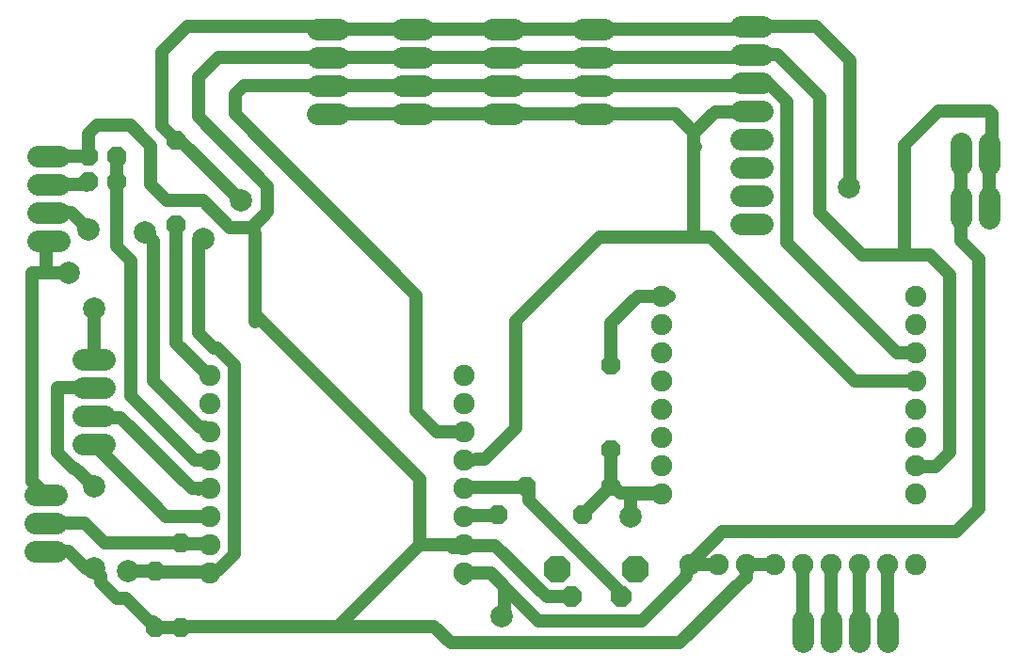
<source format=gbr>
G04 EAGLE Gerber RS-274X export*
G75*
%MOMM*%
%FSLAX34Y34*%
%LPD*%
%INBottom Copper*%
%IPPOS*%
%AMOC8*
5,1,8,0,0,1.08239X$1,22.5*%
G01*
%ADD10P,1.853918X8X112.500000*%
%ADD11P,1.853918X8X292.500000*%
%ADD12C,1.900000*%
%ADD13P,2.056541X8X22.500000*%
%ADD14P,2.597736X8X22.500000*%
%ADD15P,1.853918X8X202.500000*%
%ADD16C,1.916000*%
%ADD17C,1.200000*%
%ADD18C,2.000000*%


D10*
X152240Y35640D03*
X152240Y111840D03*
D11*
X129380Y86360D03*
X129380Y35560D03*
D12*
X177800Y110490D03*
X177800Y135890D03*
X177800Y161290D03*
X177800Y186690D03*
X177800Y212090D03*
X177800Y237490D03*
X177800Y262890D03*
X406400Y110490D03*
X406400Y135890D03*
X406400Y161290D03*
X406400Y186690D03*
X406400Y212090D03*
X406400Y237490D03*
X406400Y262890D03*
X177800Y85090D03*
X406400Y85090D03*
D13*
X503280Y63500D03*
X548280Y63500D03*
D14*
X560780Y88500D03*
X490780Y88500D03*
D15*
X513080Y137160D03*
X436880Y137160D03*
D11*
X147460Y474860D03*
X147460Y398660D03*
D15*
X93980Y459740D03*
X68580Y459740D03*
X93980Y436880D03*
X68580Y436880D03*
D10*
X538480Y195580D03*
X538480Y271780D03*
D15*
X538480Y162560D03*
X462280Y162560D03*
D16*
X655900Y576580D02*
X675060Y576580D01*
X675060Y551180D02*
X655900Y551180D01*
X655900Y525780D02*
X675060Y525780D01*
X675060Y500380D02*
X655900Y500380D01*
X655900Y474980D02*
X675060Y474980D01*
X675060Y449580D02*
X655900Y449580D01*
X655900Y424180D02*
X675060Y424180D01*
X675060Y398780D02*
X655900Y398780D01*
D12*
X584200Y181610D03*
X584200Y207010D03*
X584200Y232410D03*
X584200Y257810D03*
X584200Y283210D03*
X584200Y308610D03*
X584200Y334010D03*
X812800Y181610D03*
X812800Y207010D03*
X812800Y232410D03*
X812800Y257810D03*
X812800Y283210D03*
X812800Y308610D03*
X812800Y334010D03*
X584200Y156210D03*
X812800Y156210D03*
X812800Y92710D03*
X787400Y92710D03*
X762000Y92710D03*
X736600Y92710D03*
X711200Y92710D03*
X685800Y92710D03*
X660400Y92710D03*
X635000Y92710D03*
X609600Y92710D03*
D16*
X787400Y42600D02*
X787400Y23440D01*
X762000Y23440D02*
X762000Y42600D01*
X736600Y42600D02*
X736600Y23440D01*
X711200Y23440D02*
X711200Y42600D01*
X40060Y104140D02*
X20900Y104140D01*
X20900Y129540D02*
X40060Y129540D01*
X40060Y154940D02*
X20900Y154940D01*
X853440Y404440D02*
X853440Y423600D01*
X878840Y423600D02*
X878840Y404440D01*
X853440Y452700D02*
X853440Y471860D01*
X878840Y471860D02*
X878840Y452700D01*
X83240Y200660D02*
X64080Y200660D01*
X64080Y226060D02*
X83240Y226060D01*
X83240Y251460D02*
X64080Y251460D01*
X64080Y276860D02*
X83240Y276860D01*
X42600Y383540D02*
X23440Y383540D01*
X23440Y408940D02*
X42600Y408940D01*
X42600Y434340D02*
X23440Y434340D01*
X23440Y459740D02*
X42600Y459740D01*
X513660Y497840D02*
X532820Y497840D01*
X532820Y523240D02*
X513660Y523240D01*
X513660Y548640D02*
X532820Y548640D01*
X532820Y574040D02*
X513660Y574040D01*
X451540Y497840D02*
X432380Y497840D01*
X432380Y523240D02*
X451540Y523240D01*
X451540Y548640D02*
X432380Y548640D01*
X432380Y574040D02*
X451540Y574040D01*
X370260Y574040D02*
X351100Y574040D01*
X351100Y548640D02*
X370260Y548640D01*
X370260Y523240D02*
X351100Y523240D01*
X351100Y497840D02*
X370260Y497840D01*
X294060Y574040D02*
X274900Y574040D01*
X274900Y548640D02*
X294060Y548640D01*
X294060Y523240D02*
X274900Y523240D01*
X274900Y497840D02*
X294060Y497840D01*
D17*
X148000Y398000D02*
X148000Y292000D01*
X177000Y263000D01*
X148000Y398000D02*
X147460Y398660D01*
X177000Y263000D02*
X177800Y262890D01*
X177000Y111000D02*
X153080Y111000D01*
X152240Y111840D01*
X177000Y111000D02*
X177800Y110490D01*
X83660Y111840D02*
X65960Y129540D01*
X83660Y111840D02*
X152240Y111840D01*
X65960Y129540D02*
X30480Y129540D01*
X408000Y137000D02*
X436000Y137000D01*
X408000Y137000D02*
X407000Y136000D01*
X436000Y137000D02*
X436880Y137160D01*
X407000Y136000D02*
X406400Y135890D01*
X67564Y434000D02*
X68580Y436880D01*
X67224Y434340D02*
X67564Y434000D01*
X67224Y434340D02*
X33020Y434340D01*
X407000Y162000D02*
X462000Y162000D01*
X462280Y162560D01*
X407000Y162000D02*
X406400Y161290D01*
X548000Y67000D02*
X548000Y64000D01*
X548000Y67000D02*
X465000Y150000D01*
X465000Y157000D01*
X548000Y64000D02*
X548280Y63500D01*
X465000Y157000D02*
X462280Y162560D01*
X539000Y272000D02*
X539000Y309860D01*
X563140Y334000D01*
X591000Y334000D01*
X539000Y272000D02*
X538480Y271780D01*
X591000Y334000D02*
X590908Y334092D01*
X584200Y334010D01*
X31000Y354840D02*
X31000Y381442D01*
X18300Y354840D02*
X18300Y167120D01*
X30480Y154940D01*
X407000Y85000D02*
X431000Y85000D01*
X443420Y72580D02*
X474000Y42000D01*
X443420Y72580D02*
X431000Y85000D01*
X474000Y42000D02*
X567000Y42000D01*
X605959Y80959D01*
X407000Y85000D02*
X406400Y85090D01*
X605959Y80959D02*
X609600Y92710D01*
X634380Y93000D02*
X635000Y92710D01*
X615380Y93000D02*
X609600Y92710D01*
X51580Y354840D02*
X31000Y354840D01*
X18300Y354840D01*
X406400Y85090D02*
X406400Y80160D01*
D18*
X51580Y354840D03*
X440340Y46220D03*
D17*
X443420Y49300D02*
X443420Y72580D01*
X443420Y49300D02*
X440340Y46220D01*
X609600Y92710D02*
X634090Y92710D01*
X634380Y93000D01*
X609600Y92710D02*
X638810Y121920D01*
X849220Y121920D02*
X869540Y142240D01*
X849220Y121920D02*
X638810Y121920D01*
X869540Y142240D02*
X869540Y367440D01*
X853440Y383540D02*
X853440Y414020D01*
X853440Y383540D02*
X869540Y367440D01*
X853440Y414020D02*
X853440Y462280D01*
X94460Y437540D02*
X93980Y436880D01*
X97000Y456972D02*
X93980Y459740D01*
X164380Y187000D02*
X177000Y187000D01*
X91440Y434340D02*
X93980Y436880D01*
X177000Y187000D02*
X177800Y186690D01*
X93980Y438020D02*
X93980Y459740D01*
X93980Y438020D02*
X94460Y437540D01*
X107000Y244380D02*
X164380Y187000D01*
X107000Y244380D02*
X107000Y365760D01*
X94300Y378460D01*
X93980Y378460D01*
X93980Y436880D01*
X711200Y92710D02*
X711200Y33020D01*
X736600Y33020D02*
X736600Y92710D01*
X762000Y92710D02*
X762000Y33020D01*
X788365Y91745D02*
X787400Y92710D01*
X787400Y33020D01*
X177800Y212090D02*
X173900Y215990D01*
X168894Y215990D01*
X127000Y257884D02*
X127000Y383540D01*
X119380Y391160D01*
X127000Y257884D02*
X168894Y215990D01*
D18*
X119380Y391160D03*
X68580Y393700D03*
D17*
X53340Y408940D01*
X33020Y408940D01*
X168910Y161290D02*
X177800Y161290D01*
X168910Y161290D02*
X167640Y160020D01*
X161806Y161290D02*
X177800Y161290D01*
X161806Y161290D02*
X98048Y225048D01*
X80268Y225048D01*
X78740Y223520D01*
X76200Y223520D01*
X73660Y226060D01*
X73660Y200660D02*
X138430Y135890D01*
X177800Y135890D01*
X514000Y138000D02*
X538000Y162000D01*
X514000Y138000D02*
X513080Y137160D01*
X538000Y162000D02*
X538480Y162560D01*
X539000Y168000D02*
X539000Y195000D01*
X538480Y195580D01*
X539000Y168000D02*
X538480Y162560D01*
X547000Y157000D02*
X583380Y157000D01*
X547000Y157000D02*
X544000Y160000D01*
X583380Y157000D02*
X584200Y156210D01*
X544000Y160000D02*
X538480Y162560D01*
X177000Y86000D02*
X130240Y86000D01*
X129380Y86360D01*
X177000Y86000D02*
X177800Y85090D01*
X147460Y474860D02*
X135300Y487020D01*
X665000Y577000D02*
X665480Y576580D01*
X186000Y88000D02*
X183000Y88000D01*
X186000Y88000D02*
X200000Y102000D01*
X200000Y272000D01*
X185000Y287000D01*
X182000Y287000D01*
X168000Y301000D01*
X168000Y384540D01*
X169460Y386000D02*
X172000Y386000D01*
X169460Y386000D02*
X168000Y384540D01*
X206000Y420000D02*
X153000Y473000D01*
X183000Y88000D02*
X177800Y85090D01*
X153000Y473000D02*
X147460Y474860D01*
X556900Y156210D02*
X556900Y136140D01*
X556900Y156210D02*
X584200Y156210D01*
X753540Y432420D02*
X753540Y546640D01*
X753540Y432420D02*
X753460Y432340D01*
X723600Y576580D02*
X665480Y576580D01*
X723600Y576580D02*
X753540Y546640D01*
D18*
X172000Y386000D03*
X206000Y420000D03*
X556900Y136140D03*
X753460Y432340D03*
D17*
X157480Y576580D02*
X135300Y554400D01*
X135300Y487020D01*
X129380Y86360D02*
X104140Y86360D01*
D18*
X104140Y86360D03*
D17*
X73660Y276860D02*
X73660Y322580D01*
D18*
X73660Y322580D03*
D17*
X157480Y576580D02*
X281940Y576580D01*
X284480Y574040D01*
X360680Y574040D01*
X441960Y574040D01*
X523240Y574040D01*
X662940Y574040D02*
X665480Y576580D01*
X662940Y574040D02*
X523240Y574040D01*
X665000Y551000D02*
X665480Y551180D01*
X172000Y420000D02*
X139000Y420000D01*
X172000Y420000D02*
X196000Y396000D01*
X216000Y396000D01*
X230000Y410000D01*
X230000Y433200D01*
X669000Y93000D02*
X685380Y93000D01*
X661380Y93000D02*
X660400Y92710D01*
X685380Y93000D02*
X685800Y92710D01*
X812380Y181000D02*
X812800Y181610D01*
X503000Y64000D02*
X481000Y64000D01*
X435000Y110000D01*
X407000Y110000D01*
X503000Y64000D02*
X503280Y63500D01*
X407000Y110000D02*
X406400Y110490D01*
X152080Y36000D02*
X130240Y36000D01*
X129380Y35560D01*
X152080Y36000D02*
X152240Y35640D01*
X129380Y35560D02*
X127240Y41000D01*
X397000Y108000D02*
X401000Y108000D01*
X294640Y37000D02*
X158080Y37000D01*
X401000Y108000D02*
X406400Y110490D01*
X158080Y37000D02*
X152240Y35640D01*
X600460Y22000D02*
X658798Y80338D01*
X600460Y22000D02*
X395000Y22000D01*
X658798Y80338D02*
X660400Y80905D01*
X660400Y92710D01*
X219000Y311000D02*
X219000Y317500D01*
X219000Y391000D01*
X216000Y396000D01*
X441960Y548640D02*
X445770Y544830D01*
X662940Y548640D02*
X665480Y551180D01*
X230000Y433200D02*
X167900Y495300D01*
X167640Y495300D01*
X167640Y530860D01*
X665480Y551180D02*
X688340Y551180D01*
X726440Y513080D02*
X726440Y408940D01*
X726440Y513080D02*
X688340Y551180D01*
X825500Y370840D02*
X843280Y353060D01*
X843280Y193040D01*
X831240Y181000D02*
X812380Y181000D01*
X764540Y370840D02*
X726440Y408940D01*
X764540Y370840D02*
X802640Y370840D01*
X825500Y370840D01*
X843280Y193040D02*
X831240Y181000D01*
X802640Y370840D02*
X802640Y469900D01*
X833120Y500380D01*
X878840Y500380D01*
X881380Y497840D01*
X881380Y464820D01*
X878840Y462280D01*
X878840Y414020D01*
X68580Y459740D02*
X68580Y480060D01*
X76200Y487680D01*
X106680Y487680D01*
X115300Y479060D01*
X115300Y478736D01*
X124460Y469576D01*
X124460Y434540D02*
X139000Y420000D01*
X124460Y434540D02*
X124460Y469576D01*
X68580Y459740D02*
X33020Y459740D01*
X102580Y62360D02*
X129380Y35560D01*
X102580Y62360D02*
X94199Y62360D01*
X80140Y76419D01*
X80140Y82420D01*
X73660Y88900D01*
D18*
X73660Y88900D03*
D17*
X66040Y88900D01*
X50800Y104140D01*
X30480Y104140D01*
D18*
X73660Y162560D03*
D17*
X57140Y179080D01*
X55141Y179080D01*
X40640Y193581D01*
X40640Y251460D01*
X73660Y251460D01*
X167640Y530860D02*
X185420Y548640D01*
X284480Y548640D01*
X360680Y548640D01*
X441960Y548640D01*
X523240Y548640D02*
X662940Y548640D01*
X523240Y548640D02*
X441960Y548640D01*
X406400Y110490D02*
X367030Y110490D01*
X294640Y38100D02*
X294640Y37000D01*
X294640Y38100D02*
X367030Y110490D01*
X380000Y37000D02*
X395000Y22000D01*
X380000Y37000D02*
X294640Y37000D01*
X367030Y169470D02*
X219000Y317500D01*
X367030Y169470D02*
X367030Y110490D01*
X697000Y382500D02*
X697000Y509000D01*
X681000Y525000D01*
X666000Y525000D01*
X665480Y525780D01*
X406000Y213000D02*
X406400Y212090D01*
X660000Y524000D02*
X665480Y525780D01*
X796290Y283210D02*
X812800Y283210D01*
X796290Y283210D02*
X697000Y382500D01*
X200660Y497840D02*
X200660Y515620D01*
X200660Y497840D02*
X364000Y334500D01*
X382270Y212090D02*
X406400Y212090D01*
X382270Y212090D02*
X364000Y230360D01*
X364000Y334500D01*
X662940Y523240D02*
X665480Y525780D01*
X662940Y523240D02*
X523240Y523240D01*
X441960Y523240D01*
X360680Y523240D01*
X284480Y523240D01*
X208280Y523240D02*
X200660Y515620D01*
X208280Y523240D02*
X284480Y523240D01*
X812380Y258000D02*
X812800Y257810D01*
X665000Y500000D02*
X665480Y500380D01*
X406400Y186690D02*
X406000Y187000D01*
X453400Y311680D02*
X528720Y387000D01*
X453400Y311680D02*
X453400Y215700D01*
X425444Y187744D01*
X406400Y186690D01*
X431800Y497840D02*
X434340Y500380D01*
X629000Y387000D02*
X758000Y258000D01*
X812380Y258000D01*
X613680Y467360D02*
X614680Y468360D01*
X614680Y387000D02*
X528720Y387000D01*
X614680Y387000D02*
X629000Y387000D01*
X614680Y387000D02*
X613680Y388000D01*
X613680Y467360D01*
X613680Y481059D01*
X632621Y500000D01*
X665000Y500000D01*
X613680Y481059D02*
X596899Y497840D01*
X523240Y497840D01*
X441960Y497840D01*
X360680Y497840D01*
X284480Y497840D01*
M02*

</source>
